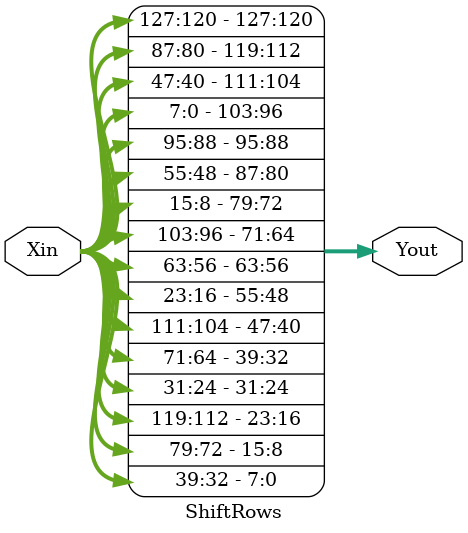
<source format=v>
`timescale 1ns / 1ps


module ShiftRows(
    input [127:0] Xin,
    output [127:0] Yout
    );
    
    assign Yout[127:96] = {Xin[127:120], Xin[87:80], Xin[47:40], Xin[7:0]};
    assign Yout[95:64] = {Xin[95:88], Xin[55:48], Xin[15:8], Xin[103:96]};
    assign Yout[63:32] = {Xin[63:56], Xin[23:16], Xin[111:104], Xin[71:64]};
    assign Yout[31:0] = {Xin[31:24], Xin[119:112], Xin[79:72], Xin[39:32]};
    
endmodule

</source>
